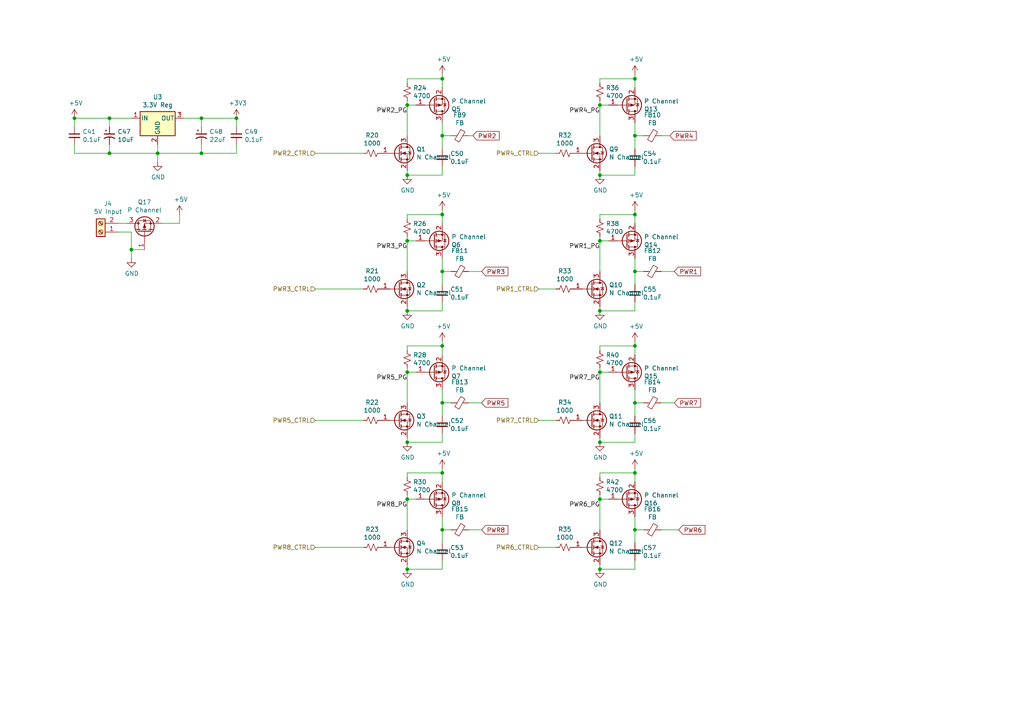
<source format=kicad_sch>
(kicad_sch (version 20211123) (generator eeschema)
  (paper "A4")
  (lib_symbols
    (symbol "Connector:Screw_Terminal_01x02" (pin_names (offset 1.016) hide)
      (property "Reference" "J" (at 0 2.54 0))
      (property "Value" "Screw_Terminal_01x02" (at 0 -5.08 0))
      (symbol "Screw_Terminal_01x02_1_1"
        (rectangle (start -1.27 1.27) (end 1.27 -3.81) (stroke (width 0.254)) (fill (type background)))
        (circle (center 0 -2.54) (radius 0.635) (stroke (width 0.1524)))
        (polyline (pts (xy -0.5334 -2.2098) (xy 0.3302 -3.048)) (stroke (width 0.1524)))
        (polyline (pts (xy -0.5334 0.3302) (xy 0.3302 -0.508)) (stroke (width 0.1524)))
        (polyline (pts (xy -0.3556 -2.032) (xy 0.508 -2.8702)) (stroke (width 0.1524)))
        (polyline (pts (xy -0.3556 0.508) (xy 0.508 -0.3302)) (stroke (width 0.1524)))
        (circle (center 0 0) (radius 0.635) (stroke (width 0.1524)))
        (pin passive line (at -5.08 0 0) (length 3.81) (name "Pin_1") (number "1"))
        (pin passive line (at -5.08 -2.54 0) (length 3.81) (name "Pin_2") (number "2"))
      )
    )
    (symbol "Device:CP1_Small" (pin_numbers hide) (pin_names (offset 0.254) hide)
      (property "Reference" "C" (at 0.254 1.778 0))
      (property "Value" "Device_CP1_Small" (at 0.254 -2.032 0))
      (symbol "CP1_Small_0_1"
        (polyline (pts (xy -1.524 0.508) (xy 1.524 0.508)) (stroke (width 0.3048)))
        (polyline (pts (xy -1.27 1.524) (xy -0.762 1.524)))
        (polyline (pts (xy -1.016 1.27) (xy -1.016 1.778)))
        (arc (start 1.524 -0.762) (mid 0 -0.3734) (end -1.524 -0.762) (stroke (width 0.3048)))
      )
      (symbol "CP1_Small_1_1"
        (pin passive line (at 0 2.54 270) (length 2.032) (name "~") (number "1"))
        (pin passive line (at 0 -2.54 90) (length 2.032) (name "~") (number "2"))
      )
    )
    (symbol "Device:C_Small" (pin_numbers hide) (pin_names (offset 0.254) hide)
      (property "Reference" "C" (at 0.254 1.778 0))
      (property "Value" "C_Small" (at 0.254 -2.032 0))
      (symbol "C_Small_0_1"
        (polyline (pts (xy -1.524 -0.508) (xy 1.524 -0.508)) (stroke (width 0.3302)))
        (polyline (pts (xy -1.524 0.508) (xy 1.524 0.508)) (stroke (width 0.3048)))
      )
      (symbol "C_Small_1_1"
        (pin passive line (at 0 2.54 270) (length 2.032) (name "~") (number "1"))
        (pin passive line (at 0 -2.54 90) (length 2.032) (name "~") (number "2"))
      )
    )
    (symbol "Device:Ferrite_Bead_Small" (pin_numbers hide) (pin_names (offset 0))
      (property "Reference" "FB" (at 1.905 1.27 0))
      (property "Value" "Device_Ferrite_Bead_Small" (at 1.905 -1.27 0))
      (symbol "Ferrite_Bead_Small_0_1"
        (polyline (pts (xy 0 -1.27) (xy 0 -0.7874)))
        (polyline (pts (xy 0 0.889) (xy 0 1.2954)))
        (polyline (pts (xy -1.8288 0.2794) (xy -1.1176 1.4986) (xy 1.8288 -0.2032) (xy 1.1176 -1.4224) (xy -1.8288 0.2794)))
      )
      (symbol "Ferrite_Bead_Small_1_1"
        (pin passive line (at 0 2.54 270) (length 1.27) (name "~") (number "1"))
        (pin passive line (at 0 -2.54 90) (length 1.27) (name "~") (number "2"))
      )
    )
    (symbol "Device:Q_NMOS_GSD" (pin_names (offset 0) hide)
      (property "Reference" "Q" (at 5.08 1.27 0))
      (property "Value" "Q_NMOS_GSD" (at 5.08 -1.27 0))
      (symbol "Q_NMOS_GSD_0_1"
        (polyline (pts (xy 0.254 0) (xy -2.54 0)))
        (polyline (pts (xy 0.254 1.905) (xy 0.254 -1.905)) (stroke (width 0.254)))
        (polyline (pts (xy 0.762 -1.27) (xy 0.762 -2.286)) (stroke (width 0.254)))
        (polyline (pts (xy 0.762 0.508) (xy 0.762 -0.508)) (stroke (width 0.254)))
        (polyline (pts (xy 0.762 2.286) (xy 0.762 1.27)) (stroke (width 0.254)))
        (polyline (pts (xy 2.54 2.54) (xy 2.54 1.778)))
        (polyline (pts (xy 2.54 -2.54) (xy 2.54 0) (xy 0.762 0)))
        (polyline (pts (xy 0.762 -1.778) (xy 3.302 -1.778) (xy 3.302 1.778) (xy 0.762 1.778)))
        (polyline (pts (xy 1.016 0) (xy 2.032 0.381) (xy 2.032 -0.381) (xy 1.016 0)) (fill (type outline)))
        (polyline (pts (xy 2.794 0.508) (xy 2.921 0.381) (xy 3.683 0.381) (xy 3.81 0.254)))
        (polyline (pts (xy 3.302 0.381) (xy 2.921 -0.254) (xy 3.683 -0.254) (xy 3.302 0.381)))
        (circle (center 1.651 0) (radius 2.794) (stroke (width 0.254)))
        (circle (center 2.54 -1.778) (radius 0.254) (fill (type outline)))
        (circle (center 2.54 1.778) (radius 0.254) (fill (type outline)))
      )
      (symbol "Q_NMOS_GSD_1_1"
        (pin input line (at -5.08 0 0) (length 2.54) (name "G") (number "1"))
        (pin passive line (at 2.54 -5.08 90) (length 2.54) (name "S") (number "2"))
        (pin passive line (at 2.54 5.08 270) (length 2.54) (name "D") (number "3"))
      )
    )
    (symbol "Device:Q_PMOS_GSD" (pin_names (offset 0) hide)
      (property "Reference" "Q" (at 5.08 1.27 0))
      (property "Value" "Q_PMOS_GSD" (at 5.08 -1.27 0))
      (symbol "Q_PMOS_GSD_0_1"
        (polyline (pts (xy 0.254 0) (xy -2.54 0)))
        (polyline (pts (xy 0.254 1.905) (xy 0.254 -1.905)) (stroke (width 0.254)))
        (polyline (pts (xy 0.762 -1.27) (xy 0.762 -2.286)) (stroke (width 0.254)))
        (polyline (pts (xy 0.762 0.508) (xy 0.762 -0.508)) (stroke (width 0.254)))
        (polyline (pts (xy 0.762 2.286) (xy 0.762 1.27)) (stroke (width 0.254)))
        (polyline (pts (xy 2.54 2.54) (xy 2.54 1.778)))
        (polyline (pts (xy 2.54 -2.54) (xy 2.54 0) (xy 0.762 0)))
        (polyline (pts (xy 0.762 1.778) (xy 3.302 1.778) (xy 3.302 -1.778) (xy 0.762 -1.778)))
        (polyline (pts (xy 2.286 0) (xy 1.27 0.381) (xy 1.27 -0.381) (xy 2.286 0)) (fill (type outline)))
        (polyline (pts (xy 2.794 -0.508) (xy 2.921 -0.381) (xy 3.683 -0.381) (xy 3.81 -0.254)))
        (polyline (pts (xy 3.302 -0.381) (xy 2.921 0.254) (xy 3.683 0.254) (xy 3.302 -0.381)))
        (circle (center 1.651 0) (radius 2.794) (stroke (width 0.254)))
        (circle (center 2.54 -1.778) (radius 0.254) (fill (type outline)))
        (circle (center 2.54 1.778) (radius 0.254) (fill (type outline)))
      )
      (symbol "Q_PMOS_GSD_1_1"
        (pin input line (at -5.08 0 0) (length 2.54) (name "G") (number "1"))
        (pin passive line (at 2.54 -5.08 90) (length 2.54) (name "S") (number "2"))
        (pin passive line (at 2.54 5.08 270) (length 2.54) (name "D") (number "3"))
      )
    )
    (symbol "Device:R_Small_US" (pin_numbers hide) (pin_names (offset 0.254) hide)
      (property "Reference" "R" (at 0.762 0.508 0))
      (property "Value" "R_Small_US" (at 0.762 -1.016 0))
      (symbol "R_Small_US_1_1"
        (polyline (pts (xy 0 0) (xy 1.016 -0.381) (xy 0 -0.762) (xy -1.016 -1.143) (xy 0 -1.524)))
        (polyline (pts (xy 0 1.524) (xy 1.016 1.143) (xy 0 0.762) (xy -1.016 0.381) (xy 0 0)))
        (pin passive line (at 0 2.54 270) (length 1.016) (name "~") (number "1"))
        (pin passive line (at 0 -2.54 90) (length 1.016) (name "~") (number "2"))
      )
    )
    (symbol "Regulator_Linear:L7805" (pin_names (offset 0.254))
      (property "Reference" "U" (at -3.81 3.175 0))
      (property "Value" "L7805" (at 0 3.175 0))
      (symbol "L7805_0_1"
        (rectangle (start -5.08 1.905) (end 5.08 -5.08) (stroke (width 0.254)) (fill (type background)))
      )
      (symbol "L7805_1_1"
        (pin power_in line (at -7.62 0 0) (length 2.54) (name "IN") (number "1"))
        (pin power_in line (at 0 -7.62 90) (length 2.54) (name "GND") (number "2"))
        (pin power_out line (at 7.62 0 180) (length 2.54) (name "OUT") (number "3"))
      )
    )
    (symbol "power:+3.3V" (power) (pin_names (offset 0))
      (property "Value" "+3.3V" (at 0 3.556 0))
      (symbol "+3.3V_0_1"
        (polyline (pts (xy -0.762 1.27) (xy 0 2.54)))
        (polyline (pts (xy 0 0) (xy 0 2.54)))
        (polyline (pts (xy 0 2.54) (xy 0.762 1.27)))
      )
      (symbol "+3.3V_1_1"
        (pin power_in line (at 0 0 90) (length 0) hide (name "+3V3") (number "1"))
      )
    )
    (symbol "power:+5V" (power) (pin_names (offset 0))
      (property "Value" "+5V" (at 0 3.556 0))
      (symbol "+5V_0_1"
        (polyline (pts (xy -0.762 1.27) (xy 0 2.54)))
        (polyline (pts (xy 0 0) (xy 0 2.54)))
        (polyline (pts (xy 0 2.54) (xy 0.762 1.27)))
      )
      (symbol "+5V_1_1"
        (pin power_in line (at 0 0 90) (length 0) hide (name "+5V") (number "1"))
      )
    )
    (symbol "power:GND" (power) (pin_names (offset 0))
      (property "Value" "GND" (at 0 -3.81 0))
      (symbol "GND_0_1"
        (polyline (pts (xy 0 0) (xy 0 -1.27) (xy 1.27 -1.27) (xy 0 -2.54) (xy -1.27 -1.27) (xy 0 -1.27)))
      )
      (symbol "GND_1_1"
        (pin power_in line (at 0 0 270) (length 0) hide (name "GND") (number "1"))
      )
    )
  )
  (junction (at 128.27 22.86))
  (junction (at 128.27 153.67))
  (junction (at 184.15 39.37))
  (junction (at 173.99 50.8))
  (junction (at 184.15 22.86))
  (junction (at 184.15 153.67))
  (junction (at 118.11 144.78))
  (junction (at 118.11 30.48))
  (junction (at 173.99 144.78))
  (junction (at 184.15 100.33))
  (junction (at 184.15 78.74))
  (junction (at 31.75 44.45))
  (junction (at 21.59 34.29))
  (junction (at 128.27 100.33))
  (junction (at 173.99 90.17))
  (junction (at 173.99 107.95))
  (junction (at 128.27 62.23))
  (junction (at 184.15 137.16))
  (junction (at 38.1 72.39))
  (junction (at 45.72 44.45))
  (junction (at 118.11 90.17))
  (junction (at 184.15 116.84))
  (junction (at 128.27 78.74))
  (junction (at 173.99 69.85))
  (junction (at 118.11 165.1))
  (junction (at 128.27 39.37))
  (junction (at 58.42 44.45))
  (junction (at 118.11 69.85))
  (junction (at 118.11 50.8))
  (junction (at 173.99 165.1))
  (junction (at 184.15 62.23))
  (junction (at 68.58 34.29))
  (junction (at 173.99 30.48))
  (junction (at 128.27 116.84))
  (junction (at 173.99 128.27))
  (junction (at 128.27 137.16))
  (junction (at 31.75 34.29))
  (junction (at 118.11 107.95))
  (junction (at 58.42 34.29))
  (junction (at 118.11 128.27))
  (wire (pts (xy 38.1 34.29) (xy 31.75 34.29)))
  (wire (pts (xy 118.11 68.58) (xy 118.11 69.85)))
  (wire (pts (xy 135.89 78.74) (xy 139.7 78.74)))
  (wire (pts (xy 128.27 62.23) (xy 128.27 64.77)))
  (wire (pts (xy 128.27 99.06) (xy 128.27 100.33)))
  (wire (pts (xy 21.59 44.45) (xy 31.75 44.45)))
  (wire (pts (xy 128.27 116.84) (xy 128.27 120.65)))
  (wire (pts (xy 41.91 72.39) (xy 38.1 72.39)))
  (wire (pts (xy 161.29 121.92) (xy 156.21 121.92)))
  (wire (pts (xy 184.15 162.56) (xy 184.15 165.1)))
  (wire (pts (xy 173.99 22.86) (xy 173.99 24.13)))
  (wire (pts (xy 173.99 127) (xy 173.99 128.27)))
  (wire (pts (xy 173.99 49.53) (xy 173.99 50.8)))
  (wire (pts (xy 128.27 78.74) (xy 130.81 78.74)))
  (wire (pts (xy 128.27 39.37) (xy 128.27 43.18)))
  (wire (pts (xy 128.27 90.17) (xy 118.11 90.17)))
  (wire (pts (xy 128.27 137.16) (xy 128.27 139.7)))
  (wire (pts (xy 38.1 67.31) (xy 38.1 72.39)))
  (wire (pts (xy 184.15 48.26) (xy 184.15 50.8)))
  (wire (pts (xy 31.75 34.29) (xy 31.75 36.83)))
  (wire (pts (xy 118.11 30.48) (xy 118.11 39.37)))
  (wire (pts (xy 184.15 78.74) (xy 184.15 82.55)))
  (wire (pts (xy 128.27 87.63) (xy 128.27 90.17)))
  (wire (pts (xy 173.99 163.83) (xy 173.99 165.1)))
  (wire (pts (xy 184.15 39.37) (xy 184.15 43.18)))
  (wire (pts (xy 173.99 69.85) (xy 176.53 69.85)))
  (wire (pts (xy 135.89 39.37) (xy 137.16 39.37)))
  (wire (pts (xy 184.15 116.84) (xy 186.69 116.84)))
  (wire (pts (xy 31.75 44.45) (xy 45.72 44.45)))
  (wire (pts (xy 191.77 39.37) (xy 194.31 39.37)))
  (wire (pts (xy 184.15 137.16) (xy 184.15 139.7)))
  (wire (pts (xy 118.11 22.86) (xy 118.11 24.13)))
  (wire (pts (xy 118.11 107.95) (xy 120.65 107.95)))
  (wire (pts (xy 173.99 30.48) (xy 173.99 39.37)))
  (wire (pts (xy 68.58 34.29) (xy 68.58 36.83)))
  (wire (pts (xy 118.11 49.53) (xy 118.11 50.8)))
  (wire (pts (xy 58.42 44.45) (xy 68.58 44.45)))
  (wire (pts (xy 184.15 74.93) (xy 184.15 78.74)))
  (wire (pts (xy 173.99 137.16) (xy 173.99 138.43)))
  (wire (pts (xy 34.29 67.31) (xy 38.1 67.31)))
  (wire (pts (xy 184.15 21.59) (xy 184.15 22.86)))
  (wire (pts (xy 31.75 41.91) (xy 31.75 44.45)))
  (wire (pts (xy 173.99 88.9) (xy 173.99 90.17)))
  (wire (pts (xy 173.99 106.68) (xy 173.99 107.95)))
  (wire (pts (xy 128.27 100.33) (xy 128.27 102.87)))
  (wire (pts (xy 173.99 144.78) (xy 176.53 144.78)))
  (wire (pts (xy 45.72 44.45) (xy 58.42 44.45)))
  (wire (pts (xy 128.27 48.26) (xy 128.27 50.8)))
  (wire (pts (xy 173.99 107.95) (xy 176.53 107.95)))
  (wire (pts (xy 184.15 62.23) (xy 184.15 64.77)))
  (wire (pts (xy 118.11 143.51) (xy 118.11 144.78)))
  (wire (pts (xy 128.27 153.67) (xy 128.27 157.48)))
  (wire (pts (xy 128.27 74.93) (xy 128.27 78.74)))
  (wire (pts (xy 118.11 29.21) (xy 118.11 30.48)))
  (wire (pts (xy 173.99 30.48) (xy 176.53 30.48)))
  (wire (pts (xy 45.72 44.45) (xy 45.72 46.99)))
  (wire (pts (xy 128.27 39.37) (xy 130.81 39.37)))
  (wire (pts (xy 184.15 116.84) (xy 184.15 120.65)))
  (wire (pts (xy 184.15 135.89) (xy 184.15 137.16)))
  (wire (pts (xy 53.34 34.29) (xy 58.42 34.29)))
  (wire (pts (xy 184.15 125.73) (xy 184.15 128.27)))
  (wire (pts (xy 128.27 50.8) (xy 118.11 50.8)))
  (wire (pts (xy 173.99 68.58) (xy 173.99 69.85)))
  (wire (pts (xy 173.99 107.95) (xy 173.99 116.84)))
  (wire (pts (xy 184.15 153.67) (xy 184.15 157.48)))
  (wire (pts (xy 135.89 116.84) (xy 139.7 116.84)))
  (wire (pts (xy 184.15 87.63) (xy 184.15 90.17)))
  (wire (pts (xy 58.42 44.45) (xy 58.42 41.91)))
  (wire (pts (xy 118.11 106.68) (xy 118.11 107.95)))
  (wire (pts (xy 38.1 72.39) (xy 38.1 74.93)))
  (wire (pts (xy 184.15 39.37) (xy 186.69 39.37)))
  (wire (pts (xy 52.07 64.77) (xy 52.07 62.23)))
  (wire (pts (xy 128.27 116.84) (xy 130.81 116.84)))
  (wire (pts (xy 184.15 100.33) (xy 184.15 102.87)))
  (wire (pts (xy 184.15 22.86) (xy 173.99 22.86)))
  (wire (pts (xy 173.99 143.51) (xy 173.99 144.78)))
  (wire (pts (xy 36.83 64.77) (xy 34.29 64.77)))
  (wire (pts (xy 184.15 137.16) (xy 173.99 137.16)))
  (wire (pts (xy 118.11 144.78) (xy 118.11 153.67)))
  (wire (pts (xy 58.42 34.29) (xy 58.42 36.83)))
  (wire (pts (xy 191.77 116.84) (xy 195.58 116.84)))
  (wire (pts (xy 184.15 165.1) (xy 173.99 165.1)))
  (wire (pts (xy 118.11 69.85) (xy 120.65 69.85)))
  (wire (pts (xy 128.27 125.73) (xy 128.27 128.27)))
  (wire (pts (xy 58.42 34.29) (xy 68.58 34.29)))
  (wire (pts (xy 118.11 144.78) (xy 120.65 144.78)))
  (wire (pts (xy 21.59 36.83) (xy 21.59 34.29)))
  (wire (pts (xy 184.15 62.23) (xy 173.99 62.23)))
  (wire (pts (xy 161.29 44.45) (xy 156.21 44.45)))
  (wire (pts (xy 184.15 50.8) (xy 173.99 50.8)))
  (wire (pts (xy 105.41 83.82) (xy 91.44 83.82)))
  (wire (pts (xy 45.72 41.91) (xy 45.72 44.45)))
  (wire (pts (xy 128.27 78.74) (xy 128.27 82.55)))
  (wire (pts (xy 46.99 64.77) (xy 52.07 64.77)))
  (wire (pts (xy 184.15 90.17) (xy 173.99 90.17)))
  (wire (pts (xy 128.27 62.23) (xy 118.11 62.23)))
  (wire (pts (xy 191.77 153.67) (xy 196.85 153.67)))
  (wire (pts (xy 118.11 100.33) (xy 118.11 101.6)))
  (wire (pts (xy 118.11 30.48) (xy 120.65 30.48)))
  (wire (pts (xy 105.41 158.75) (xy 91.44 158.75)))
  (wire (pts (xy 184.15 153.67) (xy 186.69 153.67)))
  (wire (pts (xy 128.27 162.56) (xy 128.27 165.1)))
  (wire (pts (xy 135.89 153.67) (xy 139.7 153.67)))
  (wire (pts (xy 184.15 78.74) (xy 186.69 78.74)))
  (wire (pts (xy 128.27 100.33) (xy 118.11 100.33)))
  (wire (pts (xy 118.11 137.16) (xy 118.11 138.43)))
  (wire (pts (xy 128.27 149.86) (xy 128.27 153.67)))
  (wire (pts (xy 173.99 69.85) (xy 173.99 78.74)))
  (wire (pts (xy 128.27 137.16) (xy 118.11 137.16)))
  (wire (pts (xy 105.41 44.45) (xy 91.44 44.45)))
  (wire (pts (xy 21.59 41.91) (xy 21.59 44.45)))
  (wire (pts (xy 128.27 153.67) (xy 130.81 153.67)))
  (wire (pts (xy 184.15 60.96) (xy 184.15 62.23)))
  (wire (pts (xy 128.27 21.59) (xy 128.27 22.86)))
  (wire (pts (xy 118.11 107.95) (xy 118.11 116.84)))
  (wire (pts (xy 173.99 144.78) (xy 173.99 153.67)))
  (wire (pts (xy 128.27 35.56) (xy 128.27 39.37)))
  (wire (pts (xy 184.15 149.86) (xy 184.15 153.67)))
  (wire (pts (xy 118.11 69.85) (xy 118.11 78.74)))
  (wire (pts (xy 128.27 22.86) (xy 118.11 22.86)))
  (wire (pts (xy 161.29 158.75) (xy 156.21 158.75)))
  (wire (pts (xy 118.11 163.83) (xy 118.11 165.1)))
  (wire (pts (xy 184.15 128.27) (xy 173.99 128.27)))
  (wire (pts (xy 161.29 83.82) (xy 156.21 83.82)))
  (wire (pts (xy 128.27 128.27) (xy 118.11 128.27)))
  (wire (pts (xy 118.11 127) (xy 118.11 128.27)))
  (wire (pts (xy 68.58 44.45) (xy 68.58 41.91)))
  (wire (pts (xy 128.27 113.03) (xy 128.27 116.84)))
  (wire (pts (xy 21.59 34.29) (xy 31.75 34.29)))
  (wire (pts (xy 184.15 100.33) (xy 173.99 100.33)))
  (wire (pts (xy 118.11 62.23) (xy 118.11 63.5)))
  (wire (pts (xy 191.77 78.74) (xy 195.58 78.74)))
  (wire (pts (xy 128.27 22.86) (xy 128.27 25.4)))
  (wire (pts (xy 128.27 165.1) (xy 118.11 165.1)))
  (wire (pts (xy 118.11 88.9) (xy 118.11 90.17)))
  (wire (pts (xy 184.15 99.06) (xy 184.15 100.33)))
  (wire (pts (xy 128.27 135.89) (xy 128.27 137.16)))
  (wire (pts (xy 184.15 35.56) (xy 184.15 39.37)))
  (wire (pts (xy 184.15 22.86) (xy 184.15 25.4)))
  (wire (pts (xy 173.99 100.33) (xy 173.99 101.6)))
  (wire (pts (xy 173.99 62.23) (xy 173.99 63.5)))
  (wire (pts (xy 184.15 113.03) (xy 184.15 116.84)))
  (wire (pts (xy 105.41 121.92) (xy 91.44 121.92)))
  (wire (pts (xy 173.99 29.21) (xy 173.99 30.48)))
  (wire (pts (xy 128.27 60.96) (xy 128.27 62.23)))
  (label "PWR4_PG" (at 173.99 33.02 180))
  (label "PWR3_PG" (at 118.11 72.39 180))
  (label "PWR2_PG" (at 118.11 33.02 180))
  (label "PWR8_PG" (at 118.11 147.32 180))
  (label "PWR1_PG" (at 173.99 72.39 180))
  (label "PWR5_PG" (at 118.11 110.49 180))
  (label "PWR7_PG" (at 173.99 110.49 180))
  (label "PWR6_PG" (at 173.99 147.32 180))
  (global_label "PWR4" (shape input) (at 194.31 39.37 0) (property "Intersheet References" "${INTERSHEET_REFS}" (effects hide)))
  (global_label "PWR3" (shape input) (at 139.7 78.74 0) (property "Intersheet References" "${INTERSHEET_REFS}" (effects hide)))
  (global_label "PWR2" (shape input) (at 137.16 39.37 0) (property "Intersheet References" "${INTERSHEET_REFS}" (effects hide)))
  (global_label "PWR8" (shape input) (at 139.7 153.67 0) (property "Intersheet References" "${INTERSHEET_REFS}" (effects hide)))
  (global_label "PWR5" (shape input) (at 139.7 116.84 0) (property "Intersheet References" "${INTERSHEET_REFS}" (effects hide)))
  (global_label "PWR6" (shape input) (at 196.85 153.67 0) (property "Intersheet References" "${INTERSHEET_REFS}" (effects hide)))
  (global_label "PWR1" (shape input) (at 195.58 78.74 0) (property "Intersheet References" "${INTERSHEET_REFS}" (effects hide)))
  (global_label "PWR7" (shape input) (at 195.58 116.84 0) (property "Intersheet References" "${INTERSHEET_REFS}" (effects hide)))
  (hierarchical_label "PWR7_CTRL" (shape input) (at 156.21 121.92 180))
  (hierarchical_label "PWR3_CTRL" (shape input) (at 91.44 83.82 180))
  (hierarchical_label "PWR8_CTRL" (shape input) (at 91.44 158.75 180))
  (hierarchical_label "PWR4_CTRL" (shape input) (at 156.21 44.45 180))
  (hierarchical_label "PWR5_CTRL" (shape input) (at 91.44 121.92 180))
  (hierarchical_label "PWR1_CTRL" (shape input) (at 156.21 83.82 180))
  (hierarchical_label "PWR2_CTRL" (shape input) (at 91.44 44.45 180))
  (hierarchical_label "PWR6_CTRL" (shape input) (at 156.21 158.75 180))
  (symbol (lib_id "Regulator_Linear:L7805") (at 45.72 34.29 0) (unit 1)
    (property "Reference" "U3" (at 45.72 28.1432 0))
    (property "Value" "3.3V Reg" (at 45.72 30.4546 0))
    (property "Footprint" "TO_SOT_Packages_THT:TO-220-3_Vertical" (effects hide))
    (property "Datasheet" "http://www.st.com/content/ccc/resource/technical/document/datasheet/41/4f/b3/b0/12/d4/47/88/CD00000444.pdf/files/CD00000444.pdf/jcr:content/translations/en.CD00000444.pdf" (effects hide))
  )
  (symbol (lib_id "Device:CP1_Small") (at 31.75 39.37 0) (unit 1)
    (property "Reference" "C47" (at 34.0614 38.2016 0) (effects (justify left)))
    (property "Value" "10uF" (at 34.0614 40.513 0) (effects (justify left)))
    (property "Footprint" "Capacitors_SMD:CP_Elec_5x5.3" (effects hide))
  )
  (symbol (lib_id "Device:CP1_Small") (at 58.42 39.37 0) (unit 1)
    (property "Reference" "C48" (at 60.7314 38.2016 0) (effects (justify left)))
    (property "Value" "22uF" (at 60.7314 40.513 0) (effects (justify left)))
    (property "Footprint" "Capacitors_SMD:CP_Elec_6.3x5.8" (effects hide))
  )
  (symbol (lib_id "power:GND") (at 45.72 46.99 0) (unit 1)
    (property "Reference" "#PWR0121" (effects hide))
    (property "Value" "GND" (at 45.847 51.3842 0))
  )
  (symbol (lib_id "Device:C_Small") (at 68.58 39.37 0) (unit 1)
    (property "Reference" "C49" (at 70.9168 38.2016 0) (effects (justify left)))
    (property "Value" "0.1uF" (at 70.9168 40.513 0) (effects (justify left)))
    (property "Footprint" "Capacitor_SMD:C_0805_2012Metric" (effects hide))
  )
  (symbol (lib_id "Device:C_Small") (at 21.59 39.37 0) (unit 1)
    (property "Reference" "C41" (at 23.9268 38.2016 0) (effects (justify left)))
    (property "Value" "0.1uF" (at 23.9268 40.513 0) (effects (justify left)))
    (property "Footprint" "Capacitor_SMD:C_0805_2012Metric" (effects hide))
  )
  (symbol (lib_id "power:+5V") (at 21.59 34.29 0) (unit 1)
    (property "Reference" "#PWR0122" (effects hide))
    (property "Value" "+5V" (at 21.971 29.8958 0))
  )
  (symbol (lib_id "power:+3.3V") (at 68.58 34.29 0) (unit 1)
    (property "Reference" "#PWR0123" (effects hide))
    (property "Value" "+3.3V" (at 68.961 29.8958 0))
  )
  (symbol (lib_id "Device:Ferrite_Bead_Small") (at 133.35 39.37 270) (unit 1)
    (property "Reference" "FB9" (at 133.35 33.3502 90))
    (property "Value" "FB" (at 133.35 35.6616 90))
    (property "Footprint" "Inductor_SMD:L_0805_2012Metric_Pad1.05x1.20mm_HandSolder" (effects hide))
  )
  (symbol (lib_id "Device:Ferrite_Bead_Small") (at 189.23 153.67 270) (unit 1)
    (property "Reference" "FB16" (at 189.23 147.6502 90))
    (property "Value" "FB" (at 189.23 149.9616 90))
    (property "Footprint" "Inductor_SMD:L_0805_2012Metric_Pad1.05x1.20mm_HandSolder" (effects hide))
  )
  (symbol (lib_id "Device:Ferrite_Bead_Small") (at 133.35 153.67 270) (unit 1)
    (property "Reference" "FB15" (at 133.35 147.6502 90))
    (property "Value" "FB" (at 133.35 149.9616 90))
    (property "Footprint" "Inductor_SMD:L_0805_2012Metric_Pad1.05x1.20mm_HandSolder" (effects hide))
  )
  (symbol (lib_id "Device:Ferrite_Bead_Small") (at 133.35 116.84 270) (unit 1)
    (property "Reference" "FB13" (at 133.35 110.8202 90))
    (property "Value" "FB" (at 133.35 113.1316 90))
    (property "Footprint" "Inductor_SMD:L_0805_2012Metric_Pad1.05x1.20mm_HandSolder" (effects hide))
  )
  (symbol (lib_id "Device:Ferrite_Bead_Small") (at 189.23 116.84 270) (unit 1)
    (property "Reference" "FB14" (at 189.23 110.8202 90))
    (property "Value" "FB" (at 189.23 113.1316 90))
    (property "Footprint" "Inductor_SMD:L_0805_2012Metric_Pad1.05x1.20mm_HandSolder" (effects hide))
  )
  (symbol (lib_id "Device:Ferrite_Bead_Small") (at 133.35 78.74 270) (unit 1)
    (property "Reference" "FB11" (at 133.35 72.7202 90))
    (property "Value" "FB" (at 133.35 75.0316 90))
    (property "Footprint" "Inductor_SMD:L_0805_2012Metric_Pad1.05x1.20mm_HandSolder" (effects hide))
  )
  (symbol (lib_id "Device:Ferrite_Bead_Small") (at 189.23 78.74 270) (unit 1)
    (property "Reference" "FB12" (at 189.23 72.7202 90))
    (property "Value" "FB" (at 189.23 75.0316 90))
    (property "Footprint" "Inductor_SMD:L_0805_2012Metric_Pad1.05x1.20mm_HandSolder" (effects hide))
  )
  (symbol (lib_id "Device:Ferrite_Bead_Small") (at 189.23 39.37 270) (unit 1)
    (property "Reference" "FB10" (at 189.23 33.3502 90))
    (property "Value" "FB" (at 189.23 35.6616 90))
    (property "Footprint" "Inductor_SMD:L_0805_2012Metric_Pad1.05x1.20mm_HandSolder" (effects hide))
  )
  (symbol (lib_id "Device:C_Small") (at 128.27 45.72 0) (unit 1)
    (property "Reference" "C50" (at 130.6068 44.5516 0) (effects (justify left)))
    (property "Value" "0.1uF" (at 130.6068 46.863 0) (effects (justify left)))
    (property "Footprint" "Capacitor_SMD:C_0805_2012Metric" (effects hide))
  )
  (symbol (lib_id "Device:C_Small") (at 184.15 45.72 0) (unit 1)
    (property "Reference" "C54" (at 186.4868 44.5516 0) (effects (justify left)))
    (property "Value" "0.1uF" (at 186.4868 46.863 0) (effects (justify left)))
    (property "Footprint" "Capacitor_SMD:C_0805_2012Metric" (effects hide))
  )
  (symbol (lib_id "Device:C_Small") (at 184.15 85.09 0) (unit 1)
    (property "Reference" "C55" (at 186.4868 83.9216 0) (effects (justify left)))
    (property "Value" "0.1uF" (at 186.4868 86.233 0) (effects (justify left)))
    (property "Footprint" "Capacitor_SMD:C_0805_2012Metric" (effects hide))
  )
  (symbol (lib_id "Device:C_Small") (at 128.27 85.09 0) (unit 1)
    (property "Reference" "C51" (at 130.6068 83.9216 0) (effects (justify left)))
    (property "Value" "0.1uF" (at 130.6068 86.233 0) (effects (justify left)))
    (property "Footprint" "Capacitor_SMD:C_0805_2012Metric" (effects hide))
  )
  (symbol (lib_id "Device:C_Small") (at 128.27 123.19 0) (unit 1)
    (property "Reference" "C52" (at 130.6068 122.0216 0) (effects (justify left)))
    (property "Value" "0.1uF" (at 130.6068 124.333 0) (effects (justify left)))
    (property "Footprint" "Capacitor_SMD:C_0805_2012Metric" (effects hide))
  )
  (symbol (lib_id "Device:C_Small") (at 184.15 123.19 0) (unit 1)
    (property "Reference" "C56" (at 186.4868 122.0216 0) (effects (justify left)))
    (property "Value" "0.1uF" (at 186.4868 124.333 0) (effects (justify left)))
    (property "Footprint" "Capacitor_SMD:C_0805_2012Metric" (effects hide))
  )
  (symbol (lib_id "Device:C_Small") (at 184.15 160.02 0) (unit 1)
    (property "Reference" "C57" (at 186.4868 158.8516 0) (effects (justify left)))
    (property "Value" "0.1uF" (at 186.4868 161.163 0) (effects (justify left)))
    (property "Footprint" "Capacitor_SMD:C_0805_2012Metric" (effects hide))
  )
  (symbol (lib_id "Device:C_Small") (at 128.27 160.02 0) (unit 1)
    (property "Reference" "C53" (at 130.6068 158.8516 0) (effects (justify left)))
    (property "Value" "0.1uF" (at 130.6068 161.163 0) (effects (justify left)))
    (property "Footprint" "Capacitor_SMD:C_0805_2012Metric" (effects hide))
  )
  (symbol (lib_id "power:+5V") (at 128.27 21.59 0) (unit 1)
    (property "Reference" "#PWR0124" (effects hide))
    (property "Value" "+5V" (at 128.651 17.1958 0))
  )
  (symbol (lib_id "Device:R_Small_US") (at 118.11 26.67 0) (unit 1)
    (property "Reference" "R24" (at 119.8372 25.5016 0) (effects (justify left)))
    (property "Value" "4700" (at 119.8372 27.813 0) (effects (justify left)))
    (property "Footprint" "Resistors_SMD:R_0805" (effects hide))
  )
  (symbol (lib_id "power:GND") (at 118.11 50.8 0) (unit 1)
    (property "Reference" "#PWR0157" (effects hide))
    (property "Value" "GND" (at 118.237 55.1942 0))
  )
  (symbol (lib_id "Device:R_Small_US") (at 107.95 44.45 270) (unit 1)
    (property "Reference" "R20" (at 107.95 39.243 90))
    (property "Value" "1000" (at 107.95 41.5544 90))
    (property "Footprint" "Resistors_SMD:R_0805" (effects hide))
  )
  (symbol (lib_id "Device:Q_NMOS_GSD") (at 115.57 44.45 0) (unit 1)
    (property "Reference" "Q1" (at 120.7516 43.2816 0) (effects (justify left)))
    (property "Value" "N Channel" (at 120.7516 45.593 0) (effects (justify left)))
    (property "Footprint" "TO_SOT_Packages_SMD:SOT-23" (effects hide))
  )
  (symbol (lib_id "Device:Q_PMOS_GSD") (at 125.73 30.48 0) (mirror x) (unit 1)
    (property "Reference" "Q5" (at 130.9116 31.6484 0) (effects (justify left)))
    (property "Value" "P Channel" (at 130.9116 29.337 0) (effects (justify left)))
    (property "Footprint" "TO_SOT_Packages_SMD:SOT-23" (effects hide))
  )
  (symbol (lib_id "power:+5V") (at 184.15 21.59 0) (unit 1)
    (property "Reference" "#PWR0159" (effects hide))
    (property "Value" "+5V" (at 184.531 17.1958 0))
  )
  (symbol (lib_id "Device:R_Small_US") (at 173.99 26.67 0) (unit 1)
    (property "Reference" "R36" (at 175.7172 25.5016 0) (effects (justify left)))
    (property "Value" "4700" (at 175.7172 27.813 0) (effects (justify left)))
    (property "Footprint" "Resistors_SMD:R_0805" (effects hide))
  )
  (symbol (lib_id "power:GND") (at 173.99 50.8 0) (unit 1)
    (property "Reference" "#PWR0161" (effects hide))
    (property "Value" "GND" (at 174.117 55.1942 0))
  )
  (symbol (lib_id "Device:R_Small_US") (at 163.83 44.45 270) (unit 1)
    (property "Reference" "R32" (at 163.83 39.243 90))
    (property "Value" "1000" (at 163.83 41.5544 90))
    (property "Footprint" "Resistors_SMD:R_0805" (effects hide))
  )
  (symbol (lib_id "Device:Q_NMOS_GSD") (at 171.45 44.45 0) (unit 1)
    (property "Reference" "Q9" (at 176.6316 43.2816 0) (effects (justify left)))
    (property "Value" "N Channel" (at 176.6316 45.593 0) (effects (justify left)))
    (property "Footprint" "TO_SOT_Packages_SMD:SOT-23" (effects hide))
  )
  (symbol (lib_id "Device:Q_PMOS_GSD") (at 181.61 30.48 0) (mirror x) (unit 1)
    (property "Reference" "Q13" (at 186.7916 31.6484 0) (effects (justify left)))
    (property "Value" "P Channel" (at 186.7916 29.337 0) (effects (justify left)))
    (property "Footprint" "TO_SOT_Packages_SMD:SOT-23" (effects hide))
  )
  (symbol (lib_id "power:+5V") (at 128.27 60.96 0) (unit 1)
    (property "Reference" "#PWR0163" (effects hide))
    (property "Value" "+5V" (at 128.651 56.5658 0))
  )
  (symbol (lib_id "Device:R_Small_US") (at 118.11 66.04 0) (unit 1)
    (property "Reference" "R26" (at 119.8372 64.8716 0) (effects (justify left)))
    (property "Value" "4700" (at 119.8372 67.183 0) (effects (justify left)))
    (property "Footprint" "Resistors_SMD:R_0805" (effects hide))
  )
  (symbol (lib_id "power:GND") (at 118.11 90.17 0) (unit 1)
    (property "Reference" "#PWR0165" (effects hide))
    (property "Value" "GND" (at 118.237 94.5642 0))
  )
  (symbol (lib_id "Device:R_Small_US") (at 107.95 83.82 270) (unit 1)
    (property "Reference" "R21" (at 107.95 78.613 90))
    (property "Value" "1000" (at 107.95 80.9244 90))
    (property "Footprint" "Resistors_SMD:R_0805" (effects hide))
  )
  (symbol (lib_id "Device:Q_NMOS_GSD") (at 115.57 83.82 0) (unit 1)
    (property "Reference" "Q2" (at 120.7516 82.6516 0) (effects (justify left)))
    (property "Value" "N Channel" (at 120.7516 84.963 0) (effects (justify left)))
    (property "Footprint" "TO_SOT_Packages_SMD:SOT-23" (effects hide))
  )
  (symbol (lib_id "Device:Q_PMOS_GSD") (at 125.73 69.85 0) (mirror x) (unit 1)
    (property "Reference" "Q6" (at 130.9116 71.0184 0) (effects (justify left)))
    (property "Value" "P Channel" (at 130.9116 68.707 0) (effects (justify left)))
    (property "Footprint" "TO_SOT_Packages_SMD:SOT-23" (effects hide))
  )
  (symbol (lib_id "power:+5V") (at 184.15 60.96 0) (unit 1)
    (property "Reference" "#PWR0167" (effects hide))
    (property "Value" "+5V" (at 184.531 56.5658 0))
  )
  (symbol (lib_id "Device:R_Small_US") (at 173.99 66.04 0) (unit 1)
    (property "Reference" "R38" (at 175.7172 64.8716 0) (effects (justify left)))
    (property "Value" "4700" (at 175.7172 67.183 0) (effects (justify left)))
    (property "Footprint" "Resistors_SMD:R_0805" (effects hide))
  )
  (symbol (lib_id "power:GND") (at 173.99 90.17 0) (unit 1)
    (property "Reference" "#PWR0169" (effects hide))
    (property "Value" "GND" (at 174.117 94.5642 0))
  )
  (symbol (lib_id "Device:R_Small_US") (at 163.83 83.82 270) (unit 1)
    (property "Reference" "R33" (at 163.83 78.613 90))
    (property "Value" "1000" (at 163.83 80.9244 90))
    (property "Footprint" "Resistors_SMD:R_0805" (effects hide))
  )
  (symbol (lib_id "Device:Q_NMOS_GSD") (at 171.45 83.82 0) (unit 1)
    (property "Reference" "Q10" (at 176.6316 82.6516 0) (effects (justify left)))
    (property "Value" "N Channel" (at 176.6316 84.963 0) (effects (justify left)))
    (property "Footprint" "TO_SOT_Packages_SMD:SOT-23" (effects hide))
  )
  (symbol (lib_id "Device:Q_PMOS_GSD") (at 181.61 69.85 0) (mirror x) (unit 1)
    (property "Reference" "Q14" (at 186.7916 71.0184 0) (effects (justify left)))
    (property "Value" "P Channel" (at 186.7916 68.707 0) (effects (justify left)))
    (property "Footprint" "TO_SOT_Packages_SMD:SOT-23" (effects hide))
  )
  (symbol (lib_id "power:+5V") (at 128.27 99.06 0) (unit 1)
    (property "Reference" "#PWR0171" (effects hide))
    (property "Value" "+5V" (at 128.651 94.6658 0))
  )
  (symbol (lib_id "Device:R_Small_US") (at 118.11 104.14 0) (unit 1)
    (property "Reference" "R28" (at 119.8372 102.9716 0) (effects (justify left)))
    (property "Value" "4700" (at 119.8372 105.283 0) (effects (justify left)))
    (property "Footprint" "Resistors_SMD:R_0805" (effects hide))
  )
  (symbol (lib_id "power:GND") (at 118.11 128.27 0) (unit 1)
    (property "Reference" "#PWR0176" (effects hide))
    (property "Value" "GND" (at 118.237 132.6642 0))
  )
  (symbol (lib_id "Device:R_Small_US") (at 107.95 121.92 270) (unit 1)
    (property "Reference" "R22" (at 107.95 116.713 90))
    (property "Value" "1000" (at 107.95 119.0244 90))
    (property "Footprint" "Resistors_SMD:R_0805" (effects hide))
  )
  (symbol (lib_id "Device:Q_NMOS_GSD") (at 115.57 121.92 0) (unit 1)
    (property "Reference" "Q3" (at 120.7516 120.7516 0) (effects (justify left)))
    (property "Value" "N Channel" (at 120.7516 123.063 0) (effects (justify left)))
    (property "Footprint" "TO_SOT_Packages_SMD:SOT-23" (effects hide))
  )
  (symbol (lib_id "Device:Q_PMOS_GSD") (at 125.73 107.95 0) (mirror x) (unit 1)
    (property "Reference" "Q7" (at 130.9116 109.1184 0) (effects (justify left)))
    (property "Value" "P Channel" (at 130.9116 106.807 0) (effects (justify left)))
    (property "Footprint" "TO_SOT_Packages_SMD:SOT-23" (effects hide))
  )
  (symbol (lib_id "power:+5V") (at 184.15 99.06 0) (unit 1)
    (property "Reference" "#PWR0177" (effects hide))
    (property "Value" "+5V" (at 184.531 94.6658 0))
  )
  (symbol (lib_id "Device:R_Small_US") (at 173.99 104.14 0) (unit 1)
    (property "Reference" "R40" (at 175.7172 102.9716 0) (effects (justify left)))
    (property "Value" "4700" (at 175.7172 105.283 0) (effects (justify left)))
    (property "Footprint" "Resistors_SMD:R_0805" (effects hide))
  )
  (symbol (lib_id "power:GND") (at 173.99 128.27 0) (unit 1)
    (property "Reference" "#PWR0178" (effects hide))
    (property "Value" "GND" (at 174.117 132.6642 0))
  )
  (symbol (lib_id "Device:R_Small_US") (at 163.83 121.92 270) (unit 1)
    (property "Reference" "R34" (at 163.83 116.713 90))
    (property "Value" "1000" (at 163.83 119.0244 90))
    (property "Footprint" "Resistors_SMD:R_0805" (effects hide))
  )
  (symbol (lib_id "Device:Q_NMOS_GSD") (at 171.45 121.92 0) (unit 1)
    (property "Reference" "Q11" (at 176.6316 120.7516 0) (effects (justify left)))
    (property "Value" "N Channel" (at 176.6316 123.063 0) (effects (justify left)))
    (property "Footprint" "TO_SOT_Packages_SMD:SOT-23" (effects hide))
  )
  (symbol (lib_id "Device:Q_PMOS_GSD") (at 181.61 107.95 0) (mirror x) (unit 1)
    (property "Reference" "Q15" (at 186.7916 109.1184 0) (effects (justify left)))
    (property "Value" "P Channel" (at 186.7916 106.807 0) (effects (justify left)))
    (property "Footprint" "TO_SOT_Packages_SMD:SOT-23" (effects hide))
  )
  (symbol (lib_id "power:+5V") (at 128.27 135.89 0) (unit 1)
    (property "Reference" "#PWR0179" (effects hide))
    (property "Value" "+5V" (at 128.651 131.4958 0))
  )
  (symbol (lib_id "Device:R_Small_US") (at 118.11 140.97 0) (unit 1)
    (property "Reference" "R30" (at 119.8372 139.8016 0) (effects (justify left)))
    (property "Value" "4700" (at 119.8372 142.113 0) (effects (justify left)))
    (property "Footprint" "Resistors_SMD:R_0805" (effects hide))
  )
  (symbol (lib_id "power:GND") (at 118.11 165.1 0) (unit 1)
    (property "Reference" "#PWR0180" (effects hide))
    (property "Value" "GND" (at 118.237 169.4942 0))
  )
  (symbol (lib_id "Device:R_Small_US") (at 107.95 158.75 270) (unit 1)
    (property "Reference" "R23" (at 107.95 153.543 90))
    (property "Value" "1000" (at 107.95 155.8544 90))
    (property "Footprint" "Resistors_SMD:R_0805" (effects hide))
  )
  (symbol (lib_id "Device:Q_NMOS_GSD") (at 115.57 158.75 0) (unit 1)
    (property "Reference" "Q4" (at 120.7516 157.5816 0) (effects (justify left)))
    (property "Value" "N Channel" (at 120.7516 159.893 0) (effects (justify left)))
    (property "Footprint" "TO_SOT_Packages_SMD:SOT-23" (effects hide))
  )
  (symbol (lib_id "Device:Q_PMOS_GSD") (at 125.73 144.78 0) (mirror x) (unit 1)
    (property "Reference" "Q8" (at 130.9116 145.9484 0) (effects (justify left)))
    (property "Value" "P Channel" (at 130.9116 143.637 0) (effects (justify left)))
    (property "Footprint" "TO_SOT_Packages_SMD:SOT-23" (effects hide))
  )
  (symbol (lib_id "power:+5V") (at 184.15 135.89 0) (unit 1)
    (property "Reference" "#PWR0181" (effects hide))
    (property "Value" "+5V" (at 184.531 131.4958 0))
  )
  (symbol (lib_id "Device:R_Small_US") (at 173.99 140.97 0) (unit 1)
    (property "Reference" "R42" (at 175.7172 139.8016 0) (effects (justify left)))
    (property "Value" "4700" (at 175.7172 142.113 0) (effects (justify left)))
    (property "Footprint" "Resistors_SMD:R_0805" (effects hide))
  )
  (symbol (lib_id "power:GND") (at 173.99 165.1 0) (unit 1)
    (property "Reference" "#PWR0182" (effects hide))
    (property "Value" "GND" (at 174.117 169.4942 0))
  )
  (symbol (lib_id "Device:R_Small_US") (at 163.83 158.75 270) (unit 1)
    (property "Reference" "R35" (at 163.83 153.543 90))
    (property "Value" "1000" (at 163.83 155.8544 90))
    (property "Footprint" "Resistors_SMD:R_0805" (effects hide))
  )
  (symbol (lib_id "Device:Q_NMOS_GSD") (at 171.45 158.75 0) (unit 1)
    (property "Reference" "Q12" (at 176.6316 157.5816 0) (effects (justify left)))
    (property "Value" "N Channel" (at 176.6316 159.893 0) (effects (justify left)))
    (property "Footprint" "TO_SOT_Packages_SMD:SOT-23" (effects hide))
  )
  (symbol (lib_id "Device:Q_PMOS_GSD") (at 181.61 144.78 0) (mirror x) (unit 1)
    (property "Reference" "Q16" (at 186.7916 145.9484 0) (effects (justify left)))
    (property "Value" "P Channel" (at 186.7916 143.637 0) (effects (justify left)))
    (property "Footprint" "TO_SOT_Packages_SMD:SOT-23" (effects hide))
  )
  (symbol (lib_id "Connector:Screw_Terminal_01x02") (at 29.21 67.31 180) (unit 1)
    (property "Reference" "J4" (at 31.2928 59.055 0))
    (property "Value" "5V Input" (at 31.2928 61.3664 0))
    (property "Footprint" "Connectors_Terminal_Blocks:TerminalBlock_bornier-2_P5.08mm" (effects hide))
  )
  (symbol (lib_id "power:GND") (at 38.1 74.93 0) (unit 1)
    (property "Reference" "#PWR0183" (effects hide))
    (property "Value" "GND" (at 38.227 79.3242 0))
  )
  (symbol (lib_id "power:+5V") (at 52.07 62.23 0) (unit 1)
    (property "Reference" "#PWR0184" (effects hide))
    (property "Value" "+5V" (at 52.451 57.8358 0))
  )
  (symbol (lib_id "Device:Q_PMOS_GSD") (at 41.91 67.31 90) (unit 1)
    (property "Reference" "Q17" (at 41.91 58.6232 90))
    (property "Value" "P Channel" (at 41.91 60.9346 90))
    (property "Footprint" "TO_SOT_Packages_SMD:SOT-23" (effects hide))
  )
)
</source>
